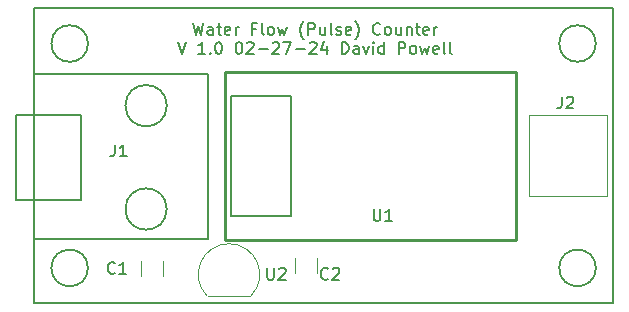
<source format=gbr>
%TF.GenerationSoftware,KiCad,Pcbnew,6.0.11-2627ca5db0~126~ubuntu20.04.1*%
%TF.CreationDate,2024-02-27T12:59:36-06:00*%
%TF.ProjectId,WaterFlowCounter,57617465-7246-46c6-9f77-436f756e7465,rev?*%
%TF.SameCoordinates,Original*%
%TF.FileFunction,Legend,Top*%
%TF.FilePolarity,Positive*%
%FSLAX46Y46*%
G04 Gerber Fmt 4.6, Leading zero omitted, Abs format (unit mm)*
G04 Created by KiCad (PCBNEW 6.0.11-2627ca5db0~126~ubuntu20.04.1) date 2024-02-27 12:59:36*
%MOMM*%
%LPD*%
G01*
G04 APERTURE LIST*
%ADD10C,0.150000*%
%TA.AperFunction,Profile*%
%ADD11C,0.200000*%
%TD*%
%ADD12C,0.120000*%
%ADD13C,0.254000*%
%ADD14C,0.152400*%
%ADD15C,0.200000*%
G04 APERTURE END LIST*
D10*
X138475076Y-101258580D02*
X138713171Y-102258580D01*
X138903647Y-101544295D01*
X139094123Y-102258580D01*
X139332219Y-101258580D01*
X140141742Y-102258580D02*
X140141742Y-101734771D01*
X140094123Y-101639533D01*
X139998885Y-101591914D01*
X139808409Y-101591914D01*
X139713171Y-101639533D01*
X140141742Y-102210961D02*
X140046504Y-102258580D01*
X139808409Y-102258580D01*
X139713171Y-102210961D01*
X139665552Y-102115723D01*
X139665552Y-102020485D01*
X139713171Y-101925247D01*
X139808409Y-101877628D01*
X140046504Y-101877628D01*
X140141742Y-101830009D01*
X140475076Y-101591914D02*
X140856028Y-101591914D01*
X140617933Y-101258580D02*
X140617933Y-102115723D01*
X140665552Y-102210961D01*
X140760790Y-102258580D01*
X140856028Y-102258580D01*
X141570314Y-102210961D02*
X141475076Y-102258580D01*
X141284600Y-102258580D01*
X141189361Y-102210961D01*
X141141742Y-102115723D01*
X141141742Y-101734771D01*
X141189361Y-101639533D01*
X141284600Y-101591914D01*
X141475076Y-101591914D01*
X141570314Y-101639533D01*
X141617933Y-101734771D01*
X141617933Y-101830009D01*
X141141742Y-101925247D01*
X142046504Y-102258580D02*
X142046504Y-101591914D01*
X142046504Y-101782390D02*
X142094123Y-101687152D01*
X142141742Y-101639533D01*
X142236980Y-101591914D01*
X142332219Y-101591914D01*
X143760790Y-101734771D02*
X143427457Y-101734771D01*
X143427457Y-102258580D02*
X143427457Y-101258580D01*
X143903647Y-101258580D01*
X144427457Y-102258580D02*
X144332219Y-102210961D01*
X144284600Y-102115723D01*
X144284600Y-101258580D01*
X144951266Y-102258580D02*
X144856028Y-102210961D01*
X144808409Y-102163342D01*
X144760790Y-102068104D01*
X144760790Y-101782390D01*
X144808409Y-101687152D01*
X144856028Y-101639533D01*
X144951266Y-101591914D01*
X145094123Y-101591914D01*
X145189361Y-101639533D01*
X145236980Y-101687152D01*
X145284600Y-101782390D01*
X145284600Y-102068104D01*
X145236980Y-102163342D01*
X145189361Y-102210961D01*
X145094123Y-102258580D01*
X144951266Y-102258580D01*
X145617933Y-101591914D02*
X145808409Y-102258580D01*
X145998885Y-101782390D01*
X146189361Y-102258580D01*
X146379838Y-101591914D01*
X147808409Y-102639533D02*
X147760790Y-102591914D01*
X147665552Y-102449057D01*
X147617933Y-102353819D01*
X147570314Y-102210961D01*
X147522695Y-101972866D01*
X147522695Y-101782390D01*
X147570314Y-101544295D01*
X147617933Y-101401438D01*
X147665552Y-101306200D01*
X147760790Y-101163342D01*
X147808409Y-101115723D01*
X148189361Y-102258580D02*
X148189361Y-101258580D01*
X148570314Y-101258580D01*
X148665552Y-101306200D01*
X148713171Y-101353819D01*
X148760790Y-101449057D01*
X148760790Y-101591914D01*
X148713171Y-101687152D01*
X148665552Y-101734771D01*
X148570314Y-101782390D01*
X148189361Y-101782390D01*
X149617933Y-101591914D02*
X149617933Y-102258580D01*
X149189361Y-101591914D02*
X149189361Y-102115723D01*
X149236980Y-102210961D01*
X149332219Y-102258580D01*
X149475076Y-102258580D01*
X149570314Y-102210961D01*
X149617933Y-102163342D01*
X150236980Y-102258580D02*
X150141742Y-102210961D01*
X150094123Y-102115723D01*
X150094123Y-101258580D01*
X150570314Y-102210961D02*
X150665552Y-102258580D01*
X150856028Y-102258580D01*
X150951266Y-102210961D01*
X150998885Y-102115723D01*
X150998885Y-102068104D01*
X150951266Y-101972866D01*
X150856028Y-101925247D01*
X150713171Y-101925247D01*
X150617933Y-101877628D01*
X150570314Y-101782390D01*
X150570314Y-101734771D01*
X150617933Y-101639533D01*
X150713171Y-101591914D01*
X150856028Y-101591914D01*
X150951266Y-101639533D01*
X151808409Y-102210961D02*
X151713171Y-102258580D01*
X151522695Y-102258580D01*
X151427457Y-102210961D01*
X151379838Y-102115723D01*
X151379838Y-101734771D01*
X151427457Y-101639533D01*
X151522695Y-101591914D01*
X151713171Y-101591914D01*
X151808409Y-101639533D01*
X151856028Y-101734771D01*
X151856028Y-101830009D01*
X151379838Y-101925247D01*
X152189361Y-102639533D02*
X152236980Y-102591914D01*
X152332219Y-102449057D01*
X152379838Y-102353819D01*
X152427457Y-102210961D01*
X152475076Y-101972866D01*
X152475076Y-101782390D01*
X152427457Y-101544295D01*
X152379838Y-101401438D01*
X152332219Y-101306200D01*
X152236980Y-101163342D01*
X152189361Y-101115723D01*
X154284600Y-102163342D02*
X154236980Y-102210961D01*
X154094123Y-102258580D01*
X153998885Y-102258580D01*
X153856028Y-102210961D01*
X153760790Y-102115723D01*
X153713171Y-102020485D01*
X153665552Y-101830009D01*
X153665552Y-101687152D01*
X153713171Y-101496676D01*
X153760790Y-101401438D01*
X153856028Y-101306200D01*
X153998885Y-101258580D01*
X154094123Y-101258580D01*
X154236980Y-101306200D01*
X154284600Y-101353819D01*
X154856028Y-102258580D02*
X154760790Y-102210961D01*
X154713171Y-102163342D01*
X154665552Y-102068104D01*
X154665552Y-101782390D01*
X154713171Y-101687152D01*
X154760790Y-101639533D01*
X154856028Y-101591914D01*
X154998885Y-101591914D01*
X155094123Y-101639533D01*
X155141742Y-101687152D01*
X155189361Y-101782390D01*
X155189361Y-102068104D01*
X155141742Y-102163342D01*
X155094123Y-102210961D01*
X154998885Y-102258580D01*
X154856028Y-102258580D01*
X156046504Y-101591914D02*
X156046504Y-102258580D01*
X155617933Y-101591914D02*
X155617933Y-102115723D01*
X155665552Y-102210961D01*
X155760790Y-102258580D01*
X155903647Y-102258580D01*
X155998885Y-102210961D01*
X156046504Y-102163342D01*
X156522695Y-101591914D02*
X156522695Y-102258580D01*
X156522695Y-101687152D02*
X156570314Y-101639533D01*
X156665552Y-101591914D01*
X156808409Y-101591914D01*
X156903647Y-101639533D01*
X156951266Y-101734771D01*
X156951266Y-102258580D01*
X157284600Y-101591914D02*
X157665552Y-101591914D01*
X157427457Y-101258580D02*
X157427457Y-102115723D01*
X157475076Y-102210961D01*
X157570314Y-102258580D01*
X157665552Y-102258580D01*
X158379838Y-102210961D02*
X158284600Y-102258580D01*
X158094123Y-102258580D01*
X157998885Y-102210961D01*
X157951266Y-102115723D01*
X157951266Y-101734771D01*
X157998885Y-101639533D01*
X158094123Y-101591914D01*
X158284600Y-101591914D01*
X158379838Y-101639533D01*
X158427457Y-101734771D01*
X158427457Y-101830009D01*
X157951266Y-101925247D01*
X158856028Y-102258580D02*
X158856028Y-101591914D01*
X158856028Y-101782390D02*
X158903647Y-101687152D01*
X158951266Y-101639533D01*
X159046504Y-101591914D01*
X159141742Y-101591914D01*
X137189361Y-102868580D02*
X137522695Y-103868580D01*
X137856028Y-102868580D01*
X139475076Y-103868580D02*
X138903647Y-103868580D01*
X139189361Y-103868580D02*
X139189361Y-102868580D01*
X139094123Y-103011438D01*
X138998885Y-103106676D01*
X138903647Y-103154295D01*
X139903647Y-103773342D02*
X139951266Y-103820961D01*
X139903647Y-103868580D01*
X139856028Y-103820961D01*
X139903647Y-103773342D01*
X139903647Y-103868580D01*
X140570314Y-102868580D02*
X140665552Y-102868580D01*
X140760790Y-102916200D01*
X140808409Y-102963819D01*
X140856028Y-103059057D01*
X140903647Y-103249533D01*
X140903647Y-103487628D01*
X140856028Y-103678104D01*
X140808409Y-103773342D01*
X140760790Y-103820961D01*
X140665552Y-103868580D01*
X140570314Y-103868580D01*
X140475076Y-103820961D01*
X140427457Y-103773342D01*
X140379838Y-103678104D01*
X140332219Y-103487628D01*
X140332219Y-103249533D01*
X140379838Y-103059057D01*
X140427457Y-102963819D01*
X140475076Y-102916200D01*
X140570314Y-102868580D01*
X142284600Y-102868580D02*
X142379838Y-102868580D01*
X142475076Y-102916200D01*
X142522695Y-102963819D01*
X142570314Y-103059057D01*
X142617933Y-103249533D01*
X142617933Y-103487628D01*
X142570314Y-103678104D01*
X142522695Y-103773342D01*
X142475076Y-103820961D01*
X142379838Y-103868580D01*
X142284600Y-103868580D01*
X142189361Y-103820961D01*
X142141742Y-103773342D01*
X142094123Y-103678104D01*
X142046504Y-103487628D01*
X142046504Y-103249533D01*
X142094123Y-103059057D01*
X142141742Y-102963819D01*
X142189361Y-102916200D01*
X142284600Y-102868580D01*
X142998885Y-102963819D02*
X143046504Y-102916200D01*
X143141742Y-102868580D01*
X143379838Y-102868580D01*
X143475076Y-102916200D01*
X143522695Y-102963819D01*
X143570314Y-103059057D01*
X143570314Y-103154295D01*
X143522695Y-103297152D01*
X142951266Y-103868580D01*
X143570314Y-103868580D01*
X143998885Y-103487628D02*
X144760790Y-103487628D01*
X145189361Y-102963819D02*
X145236980Y-102916200D01*
X145332219Y-102868580D01*
X145570314Y-102868580D01*
X145665552Y-102916200D01*
X145713171Y-102963819D01*
X145760790Y-103059057D01*
X145760790Y-103154295D01*
X145713171Y-103297152D01*
X145141742Y-103868580D01*
X145760790Y-103868580D01*
X146094123Y-102868580D02*
X146760790Y-102868580D01*
X146332219Y-103868580D01*
X147141742Y-103487628D02*
X147903647Y-103487628D01*
X148332219Y-102963819D02*
X148379838Y-102916200D01*
X148475076Y-102868580D01*
X148713171Y-102868580D01*
X148808409Y-102916200D01*
X148856028Y-102963819D01*
X148903647Y-103059057D01*
X148903647Y-103154295D01*
X148856028Y-103297152D01*
X148284600Y-103868580D01*
X148903647Y-103868580D01*
X149760790Y-103201914D02*
X149760790Y-103868580D01*
X149522695Y-102820961D02*
X149284600Y-103535247D01*
X149903647Y-103535247D01*
X151046504Y-103868580D02*
X151046504Y-102868580D01*
X151284600Y-102868580D01*
X151427457Y-102916200D01*
X151522695Y-103011438D01*
X151570314Y-103106676D01*
X151617933Y-103297152D01*
X151617933Y-103440009D01*
X151570314Y-103630485D01*
X151522695Y-103725723D01*
X151427457Y-103820961D01*
X151284600Y-103868580D01*
X151046504Y-103868580D01*
X152475076Y-103868580D02*
X152475076Y-103344771D01*
X152427457Y-103249533D01*
X152332219Y-103201914D01*
X152141742Y-103201914D01*
X152046504Y-103249533D01*
X152475076Y-103820961D02*
X152379838Y-103868580D01*
X152141742Y-103868580D01*
X152046504Y-103820961D01*
X151998885Y-103725723D01*
X151998885Y-103630485D01*
X152046504Y-103535247D01*
X152141742Y-103487628D01*
X152379838Y-103487628D01*
X152475076Y-103440009D01*
X152856028Y-103201914D02*
X153094123Y-103868580D01*
X153332219Y-103201914D01*
X153713171Y-103868580D02*
X153713171Y-103201914D01*
X153713171Y-102868580D02*
X153665552Y-102916200D01*
X153713171Y-102963819D01*
X153760790Y-102916200D01*
X153713171Y-102868580D01*
X153713171Y-102963819D01*
X154617933Y-103868580D02*
X154617933Y-102868580D01*
X154617933Y-103820961D02*
X154522695Y-103868580D01*
X154332219Y-103868580D01*
X154236980Y-103820961D01*
X154189361Y-103773342D01*
X154141742Y-103678104D01*
X154141742Y-103392390D01*
X154189361Y-103297152D01*
X154236980Y-103249533D01*
X154332219Y-103201914D01*
X154522695Y-103201914D01*
X154617933Y-103249533D01*
X155856028Y-103868580D02*
X155856028Y-102868580D01*
X156236980Y-102868580D01*
X156332219Y-102916200D01*
X156379838Y-102963819D01*
X156427457Y-103059057D01*
X156427457Y-103201914D01*
X156379838Y-103297152D01*
X156332219Y-103344771D01*
X156236980Y-103392390D01*
X155856028Y-103392390D01*
X156998885Y-103868580D02*
X156903647Y-103820961D01*
X156856028Y-103773342D01*
X156808409Y-103678104D01*
X156808409Y-103392390D01*
X156856028Y-103297152D01*
X156903647Y-103249533D01*
X156998885Y-103201914D01*
X157141742Y-103201914D01*
X157236980Y-103249533D01*
X157284600Y-103297152D01*
X157332219Y-103392390D01*
X157332219Y-103678104D01*
X157284600Y-103773342D01*
X157236980Y-103820961D01*
X157141742Y-103868580D01*
X156998885Y-103868580D01*
X157665552Y-103201914D02*
X157856028Y-103868580D01*
X158046504Y-103392390D01*
X158236980Y-103868580D01*
X158427457Y-103201914D01*
X159189361Y-103820961D02*
X159094123Y-103868580D01*
X158903647Y-103868580D01*
X158808409Y-103820961D01*
X158760790Y-103725723D01*
X158760790Y-103344771D01*
X158808409Y-103249533D01*
X158903647Y-103201914D01*
X159094123Y-103201914D01*
X159189361Y-103249533D01*
X159236980Y-103344771D01*
X159236980Y-103440009D01*
X158760790Y-103535247D01*
X159808409Y-103868580D02*
X159713171Y-103820961D01*
X159665552Y-103725723D01*
X159665552Y-102868580D01*
X160332219Y-103868580D02*
X160236980Y-103820961D01*
X160189361Y-103725723D01*
X160189361Y-102868580D01*
D11*
X172550000Y-103000000D02*
G75*
G03*
X172550000Y-103000000I-1550000J0D01*
G01*
X125000000Y-100000000D02*
X174000000Y-100000000D01*
X174000000Y-100000000D02*
X174000000Y-125000000D01*
X174000000Y-125000000D02*
X125000000Y-125000000D01*
X125000000Y-125000000D02*
X125000000Y-100000000D01*
X129550000Y-122000000D02*
G75*
G03*
X129550000Y-122000000I-1550000J0D01*
G01*
X172550000Y-122000000D02*
G75*
G03*
X172550000Y-122000000I-1550000J0D01*
G01*
X129550000Y-103000000D02*
G75*
G03*
X129550000Y-103000000I-1550000J0D01*
G01*
D10*
%TO.C,C2*%
X149875733Y-122904742D02*
X149828114Y-122952361D01*
X149685257Y-122999980D01*
X149590019Y-122999980D01*
X149447161Y-122952361D01*
X149351923Y-122857123D01*
X149304304Y-122761885D01*
X149256685Y-122571409D01*
X149256685Y-122428552D01*
X149304304Y-122238076D01*
X149351923Y-122142838D01*
X149447161Y-122047600D01*
X149590019Y-121999980D01*
X149685257Y-121999980D01*
X149828114Y-122047600D01*
X149875733Y-122095219D01*
X150256685Y-122095219D02*
X150304304Y-122047600D01*
X150399542Y-121999980D01*
X150637638Y-121999980D01*
X150732876Y-122047600D01*
X150780495Y-122095219D01*
X150828114Y-122190457D01*
X150828114Y-122285695D01*
X150780495Y-122428552D01*
X150209066Y-122999980D01*
X150828114Y-122999980D01*
%TO.C,C1*%
X131825733Y-122404742D02*
X131778114Y-122452361D01*
X131635257Y-122499980D01*
X131540019Y-122499980D01*
X131397161Y-122452361D01*
X131301923Y-122357123D01*
X131254304Y-122261885D01*
X131206685Y-122071409D01*
X131206685Y-121928552D01*
X131254304Y-121738076D01*
X131301923Y-121642838D01*
X131397161Y-121547600D01*
X131540019Y-121499980D01*
X131635257Y-121499980D01*
X131778114Y-121547600D01*
X131825733Y-121595219D01*
X132778114Y-122499980D02*
X132206685Y-122499980D01*
X132492400Y-122499980D02*
X132492400Y-121499980D01*
X132397161Y-121642838D01*
X132301923Y-121738076D01*
X132206685Y-121785695D01*
%TO.C,U1*%
X153730495Y-116999980D02*
X153730495Y-117809504D01*
X153778114Y-117904742D01*
X153825733Y-117952361D01*
X153920971Y-117999980D01*
X154111447Y-117999980D01*
X154206685Y-117952361D01*
X154254304Y-117904742D01*
X154301923Y-117809504D01*
X154301923Y-116999980D01*
X155301923Y-117999980D02*
X154730495Y-117999980D01*
X155016209Y-117999980D02*
X155016209Y-116999980D01*
X154920971Y-117142838D01*
X154825733Y-117238076D01*
X154730495Y-117285695D01*
%TO.C,J2*%
X169659066Y-107499980D02*
X169659066Y-108214266D01*
X169611447Y-108357123D01*
X169516209Y-108452361D01*
X169373352Y-108499980D01*
X169278114Y-108499980D01*
X170087638Y-107595219D02*
X170135257Y-107547600D01*
X170230495Y-107499980D01*
X170468590Y-107499980D01*
X170563828Y-107547600D01*
X170611447Y-107595219D01*
X170659066Y-107690457D01*
X170659066Y-107785695D01*
X170611447Y-107928552D01*
X170040019Y-108499980D01*
X170659066Y-108499980D01*
%TO.C,U2*%
X144730495Y-121999980D02*
X144730495Y-122809504D01*
X144778114Y-122904742D01*
X144825733Y-122952361D01*
X144920971Y-122999980D01*
X145111447Y-122999980D01*
X145206685Y-122952361D01*
X145254304Y-122904742D01*
X145301923Y-122809504D01*
X145301923Y-121999980D01*
X145730495Y-122095219D02*
X145778114Y-122047600D01*
X145873352Y-121999980D01*
X146111447Y-121999980D01*
X146206685Y-122047600D01*
X146254304Y-122095219D01*
X146301923Y-122190457D01*
X146301923Y-122285695D01*
X146254304Y-122428552D01*
X145682876Y-122999980D01*
X146301923Y-122999980D01*
%TO.C,J1*%
X131839266Y-111553980D02*
X131839266Y-112268266D01*
X131791647Y-112411123D01*
X131696409Y-112506361D01*
X131553552Y-112553980D01*
X131458314Y-112553980D01*
X132839266Y-112553980D02*
X132267838Y-112553980D01*
X132553552Y-112553980D02*
X132553552Y-111553980D01*
X132458314Y-111696838D01*
X132363076Y-111792076D01*
X132267838Y-111839695D01*
D12*
%TO.C,C2*%
X147072400Y-121168600D02*
X147072400Y-122426600D01*
X148912400Y-121168600D02*
X148912400Y-122426600D01*
%TO.C,C1*%
X135912400Y-122676600D02*
X135912400Y-121418600D01*
X134072400Y-122676600D02*
X134072400Y-121418600D01*
D13*
%TO.C,U1*%
X141173400Y-119659600D02*
X141173400Y-105435600D01*
X141173400Y-105435600D02*
X165811400Y-105435600D01*
X165811400Y-119659600D02*
X141173400Y-119659600D01*
D14*
X146761400Y-107467600D02*
X144221400Y-107467600D01*
X146761400Y-117627600D02*
X146761400Y-107467600D01*
X141681400Y-110007600D02*
X141681400Y-117627600D01*
X144221400Y-107467600D02*
X141681400Y-107467600D01*
D13*
X165811400Y-105435600D02*
X165811400Y-119659600D01*
D14*
X141681400Y-107467600D02*
X141681400Y-110007600D01*
X141681400Y-117627600D02*
X146761400Y-117627600D01*
D12*
%TO.C,J2*%
X173492400Y-109047600D02*
X166892400Y-109047600D01*
X166892400Y-109047600D02*
X166892400Y-115897600D01*
X166892400Y-115897600D02*
X173492400Y-115897600D01*
X173492400Y-115897600D02*
X173492400Y-109047600D01*
%TO.C,U2*%
X139692400Y-124397600D02*
X143292400Y-124397600D01*
X143330878Y-124386078D02*
G75*
G03*
X141492400Y-119947600I-1838478J1838478D01*
G01*
X141492400Y-119947599D02*
G75*
G03*
X139653922Y-124386078I0J-2600001D01*
G01*
D15*
%TO.C,J1*%
X124990600Y-105541600D02*
X139690600Y-105541600D01*
X139690600Y-105541600D02*
X139690600Y-119541600D01*
X139690600Y-119541600D02*
X124990600Y-119541600D01*
X124990600Y-119541600D02*
X124990600Y-105541600D01*
X123472600Y-109011600D02*
X128972600Y-109011600D01*
X128972600Y-109011600D02*
X128972600Y-116261600D01*
X128972600Y-116261600D02*
X123472600Y-116261600D01*
X123472600Y-116261600D02*
X123472600Y-109011600D01*
D11*
X136222600Y-117011600D02*
G75*
G03*
X136222600Y-117011600I-1750000J0D01*
G01*
X136222600Y-108261600D02*
G75*
G03*
X136222600Y-108261600I-1750000J0D01*
G01*
%TD*%
M02*

</source>
